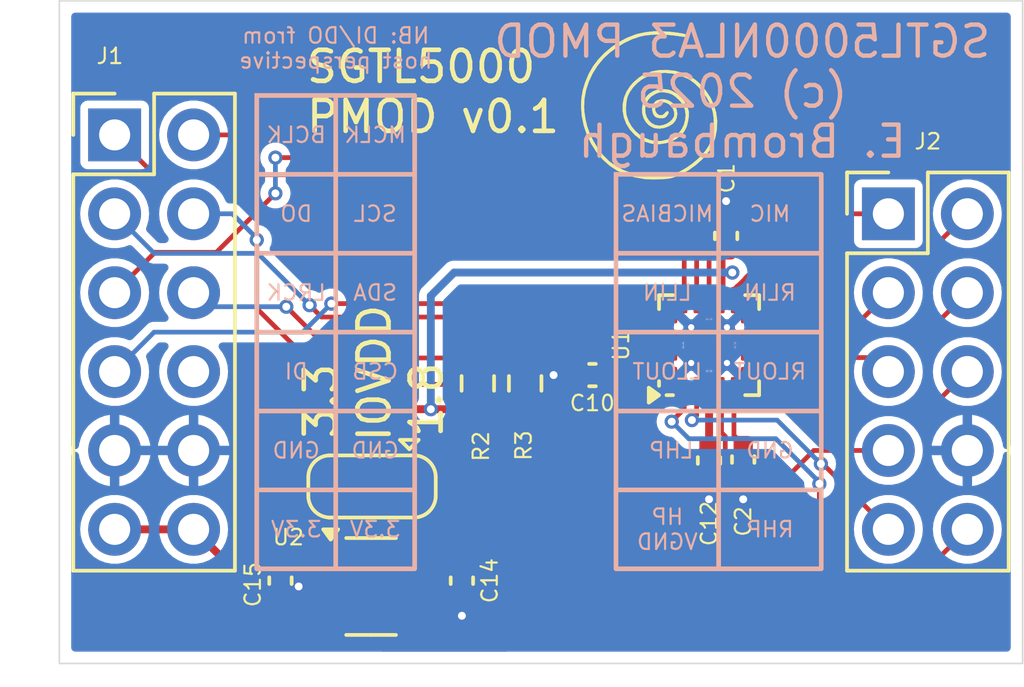
<source format=kicad_pcb>
(kicad_pcb (version 20240108) (generator "pcbnew") (generator_version "8.0")
  (layers (0 "F.Cu" signal) (31 "B.Cu" signal) (34 "B.Paste" user) (35 "F.Paste" user) (36 "B.SilkS" user "B.Silkscreen") (37 "F.SilkS" user "F.Silkscreen") (38 "B.Mask" user) (39 "F.Mask" user) (44 "Edge.Cuts" user))
  (net 0 "")
  (net 1 "GND")
  (net 2 "+1V8")
  (net 3 "+3V3")
  (net 4 "/I2S_BCLK")
  (net 5 "/I2S_MCLK")
  (net 6 "/I2S_DO")
  (net 7 "/SCL")
  (net 8 "/I2S_LRCK")
  (net 9 "/SDA")
  (net 10 "/I2S_DI")
  (net 12 "/IOVDD")
  (net 13 "Net-(U1-VAG)")
  (net 15 "/MICBIAS")
  (net 16 "/LINEOUT_R")
  (net 17 "/HP_L")
  (net 18 "/HP_R")
  (net 19 "/HP_VGND")
  (net 20 "/LINEIN_R")
  (net 21 "/MIC")
  (net 22 "/LINEOUT_L")
  (net 23 "/LINEIN_L")
  (footprint "Resistor_SMD:R_0603_1608Metric" (layer "F.Cu") (at 116.586 113.919 -90)
    (property "Reference" "R3" (at 2.001 0.049 90) (layer "F.SilkS") (effects (font (size 0.5 0.5) (thickness 0.07))))
    (property "Value" "4k7")
    (pad "1" smd roundrect (at -0.825 0 270) (size 0.8 0.95) (layers "F.Cu" "F.Paste" "F.Mask") (net 7 "/SCL"))
    (pad "2" smd roundrect (at 0.825 0 270) (size 0.8 0.95) (layers "F.Cu" "F.Paste" "F.Mask") (net 12 "/IOVDD"))
  )
  (footprint "Capacitor_SMD:C_0402_1005Metric" (layer "F.Cu") (at 118.75 113.65 180)
    (property "Reference" "C10" (at 0.005 -0.904 360) (layer "F.SilkS") (effects (font (size 0.5 0.5) (thickness 0.07))))
    (property "Value" "4.7uf")
    (pad "1" smd roundrect (at -0.48 0 180) (size 0.56 0.62) (layers "F.Cu" "F.Paste" "F.Mask") (net 2 "+1V8"))
    (pad "2" smd roundrect (at 0.48 0 180) (size 0.56 0.62) (layers "F.Cu" "F.Paste" "F.Mask") (net 1 "GND"))
  )
  (footprint "Package_DFN_QFN:QFN-20-1EP_3x3mm_P0.4mm_EP1.65x1.65mm_ThermalVias" (layer "F.Cu") (at 122.502 112.687 90)
    (property "Reference" "U1" (at 0 -2.83 90) (layer "F.SilkS") (effects (font (size 0.5 0.5) (thickness 0.07))))
    (property "Value" "SGTL5000NLA3")
    (pad "1" smd roundrect (at -1.45 -0.8 90) (size 0.85 0.2) (layers "F.Cu" "F.Paste" "F.Mask") (net 18 "/HP_R"))
    (pad "2" smd roundrect (at -1.45 -0.4 90) (size 0.85 0.2) (layers "F.Cu" "F.Paste" "F.Mask") (net 19 "/HP_VGND"))
    (pad "3" smd roundrect (at -1.45 0 90) (size 0.85 0.2) (layers "F.Cu" "F.Paste" "F.Mask") (net 3 "+3V3"))
    (pad "4" smd roundrect (at -1.45 0.4 90) (size 0.85 0.2) (layers "F.Cu" "F.Paste" "F.Mask") (net 17 "/HP_L"))
    (pad "5" smd roundrect (at -1.45 0.8 90) (size 0.85 0.2) (layers "F.Cu" "F.Paste" "F.Mask") (net 13 "Net-(U1-VAG)"))
    (pad "6" smd roundrect (at -0.8 1.45 90) (size 0.2 0.85) (layers "F.Cu" "F.Paste" "F.Mask") (net 16 "/LINEOUT_R"))
    (pad "7" smd roundrect (at -0.4 1.45 90) (size 0.2 0.85) (layers "F.Cu" "F.Paste" "F.Mask") (net 22 "/LINEOUT_L"))
    (pad "8" smd roundrect (at 0 1.45 90) (size 0.2 0.85) (layers "F.Cu" "F.Paste" "F.Mask") (net 20 "/LINEIN_R"))
    (pad "9" smd roundrect (at 0.4 1.45 90) (size 0.2 0.85) (layers "F.Cu" "F.Paste" "F.Mask") (net 23 "/LINEIN_L"))
    (pad "10" smd roundrect (at 0.8 1.45 90) (size 0.2 0.85) (layers "F.Cu" "F.Paste" "F.Mask") (net 21 "/MIC"))
    (pad "11" smd roundrect (at 1.45 0.8 90) (size 0.85 0.2) (layers "F.Cu" "F.Paste" "F.Mask") (net 15 "/MICBIAS"))
    (pad "12" smd roundrect (at 1.45 0.4 90) (size 0.85 0.2) (layers "F.Cu" "F.Paste" "F.Mask") (net 12 "/IOVDD"))
    (pad "13" smd roundrect (at 1.45 0 90) (size 0.85 0.2) (layers "F.Cu" "F.Paste" "F.Mask") (net 5 "/I2S_MCLK"))
    (pad "14" smd roundrect (at 1.45 -0.4 90) (size 0.85 0.2) (layers "F.Cu" "F.Paste" "F.Mask") (net 8 "/I2S_LRCK"))
    (pad "15" smd roundrect (at 1.45 -0.8 90) (size 0.85 0.2) (layers "F.Cu" "F.Paste" "F.Mask") (net 4 "/I2S_BCLK"))
    (pad "16" smd roundrect (at 0.8 -1.45 90) (size 0.2 0.85) (layers "F.Cu" "F.Paste" "F.Mask") (net 10 "/I2S_DI"))
    (pad "17" smd roundrect (at 0.4 -1.45 90) (size 0.2 0.85) (layers "F.Cu" "F.Paste" "F.Mask") (net 6 "/I2S_DO"))
    (pad "18" smd roundrect (at 0 -1.45 90) (size 0.2 0.85) (layers "F.Cu" "F.Paste" "F.Mask") (net 9 "/SDA"))
    (pad "19" smd roundrect (at -0.4 -1.45 90) (size 0.2 0.85) (layers "F.Cu" "F.Paste" "F.Mask") (net 7 "/SCL"))
    (pad "20" smd roundrect (at -0.8 -1.45 90) (size 0.2 0.85) (layers "F.Cu" "F.Paste" "F.Mask") (net 2 "+1V8"))
    (pad "21" thru_hole circle (at -0.575 -0.575 90) (size 0.5 0.5) (drill 0.2) (property pad_prop_heatsink) (layers "*.Cu" "In1.Cu" "In2.Cu" "In3.Cu" "In4.Cu" "In5.Cu" "In6.Cu" "In7.Cu" "In8.Cu" "In9.Cu" "In10.Cu" "In11.Cu" "In12.Cu" "In13.Cu" "In14.Cu" "In15.Cu" "In16.Cu" "In17.Cu" "In18.Cu" "In19.Cu" "In20.Cu" "In21.Cu" "In22.Cu" "In23.Cu" "In24.Cu" "In25.Cu" "In26.Cu" "In27.Cu" "In28.Cu" "In29.Cu" "In30.Cu") (net 1 "GND"))
    (pad "21" thru_hole circle (at -0.575 0.575 90) (size 0.5 0.5) (drill 0.2) (property pad_prop_heatsink) (layers "*.Cu" "In1.Cu" "In2.Cu" "In3.Cu" "In4.Cu" "In5.Cu" "In6.Cu" "In7.Cu" "In8.Cu" "In9.Cu" "In10.Cu" "In11.Cu" "In12.Cu" "In13.Cu" "In14.Cu" "In15.Cu" "In16.Cu" "In17.Cu" "In18.Cu" "In19.Cu" "In20.Cu" "In21.Cu" "In22.Cu" "In23.Cu" "In24.Cu" "In25.Cu" "In26.Cu" "In27.Cu" "In28.Cu" "In29.Cu" "In30.Cu") (net 1 "GND"))
    (pad "21" smd rect (at 0 0 90) (size 1.65 1.65) (property pad_prop_heatsink) (layers "F.Cu" "F.Mask") (net 1 "GND"))
    (pad "21" smd rect (at 0 0 90) (size 1.65 1.65) (property pad_prop_heatsink) (layers "B.Cu") (net 1 "GND"))
    (pad "21" thru_hole circle (at 0.575 -0.575 90) (size 0.5 0.5) (drill 0.2) (property pad_prop_heatsink) (layers "*.Cu" "In1.Cu" "In2.Cu" "In3.Cu" "In4.Cu" "In5.Cu" "In6.Cu" "In7.Cu" "In8.Cu" "In9.Cu" "In10.Cu" "In11.Cu" "In12.Cu" "In13.Cu" "In14.Cu" "In15.Cu" "In16.Cu" "In17.Cu" "In18.Cu" "In19.Cu" "In20.Cu" "In21.Cu" "In22.Cu" "In23.Cu" "In24.Cu" "In25.Cu" "In26.Cu" "In27.Cu" "In28.Cu" "In29.Cu" "In30.Cu") (net 1 "GND"))
    (pad "21" thru_hole circle (at 0.575 0.575 90) (size 0.5 0.5) (drill 0.2) (property pad_prop_heatsink) (layers "*.Cu" "In1.Cu" "In2.Cu" "In3.Cu" "In4.Cu" "In5.Cu" "In6.Cu" "In7.Cu" "In8.Cu" "In9.Cu" "In10.Cu" "In11.Cu" "In12.Cu" "In13.Cu" "In14.Cu" "In15.Cu" "In16.Cu" "In17.Cu" "In18.Cu" "In19.Cu" "In20.Cu" "In21.Cu" "In22.Cu" "In23.Cu" "In24.Cu" "In25.Cu" "In26.Cu" "In27.Cu" "In28.Cu" "In29.Cu" "In30.Cu") (net 1 "GND"))
  )
  (footprint "Capacitor_SMD:C_0402_1005Metric" (layer "F.Cu") (at 122.5 116.4 -90)
    (property "Reference" "C12" (at 2.032 0 90) (layer "F.SilkS") (effects (font (size 0.5 0.5) (thickness 0.07))))
    (property "Value" "4.7uf")
    (pad "1" smd roundrect (at -0.48 0 270) (size 0.56 0.62) (layers "F.Cu" "F.Paste" "F.Mask") (net 3 "+3V3"))
    (pad "2" smd roundrect (at 0.48 0 270) (size 0.56 0.62) (layers "F.Cu" "F.Paste" "F.Mask") (net 1 "GND"))
  )
  (footprint "Connector_PinHeader_2.54mm:PinHeader_2x05_P2.54mm_Vertical" (layer "F.Cu") (at 128.27 108.458)
    (property "Reference" "J2" (at 1.27 -2.33 0) (layer "F.SilkS") (effects (font (size 0.5 0.5) (thickness 0.07))))
    (property "Value" "Audio")
    (pad "1" thru_hole rect (at 0 0) (size 1.7 1.7) (drill 1) (layers "*.Cu" "*.Mask" "In1.Cu" "In2.Cu" "In3.Cu" "In4.Cu" "In5.Cu" "In6.Cu" "In7.Cu" "In8.Cu" "In9.Cu" "In10.Cu" "In11.Cu" "In12.Cu" "In13.Cu" "In14.Cu" "In15.Cu" "In16.Cu" "In17.Cu" "In18.Cu" "In19.Cu" "In20.Cu" "In21.Cu" "In22.Cu" "In23.Cu" "In24.Cu" "In25.Cu" "In26.Cu" "In27.Cu" "In28.Cu" "In29.Cu" "In30.Cu") (net 15 "/MICBIAS"))
    (pad "2" thru_hole oval (at 2.54 0) (size 1.7 1.7) (drill 1) (layers "*.Cu" "*.Mask" "In1.Cu" "In2.Cu" "In3.Cu" "In4.Cu" "In5.Cu" "In6.Cu" "In7.Cu" "In8.Cu" "In9.Cu" "In10.Cu" "In11.Cu" "In12.Cu" "In13.Cu" "In14.Cu" "In15.Cu" "In16.Cu" "In17.Cu" "In18.Cu" "In19.Cu" "In20.Cu" "In21.Cu" "In22.Cu" "In23.Cu" "In24.Cu" "In25.Cu" "In26.Cu" "In27.Cu" "In28.Cu" "In29.Cu" "In30.Cu") (net 21 "/MIC"))
    (pad "3" thru_hole oval (at 0 2.54) (size 1.7 1.7) (drill 1) (layers "*.Cu" "*.Mask" "In1.Cu" "In2.Cu" "In3.Cu" "In4.Cu" "In5.Cu" "In6.Cu" "In7.Cu" "In8.Cu" "In9.Cu" "In10.Cu" "In11.Cu" "In12.Cu" "In13.Cu" "In14.Cu" "In15.Cu" "In16.Cu" "In17.Cu" "In18.Cu" "In19.Cu" "In20.Cu" "In21.Cu" "In22.Cu" "In23.Cu" "In24.Cu" "In25.Cu" "In26.Cu" "In27.Cu" "In28.Cu" "In29.Cu" "In30.Cu") (net 23 "/LINEIN_L"))
    (pad "4" thru_hole oval (at 2.54 2.54) (size 1.7 1.7) (drill 1) (layers "*.Cu" "*.Mask" "In1.Cu" "In2.Cu" "In3.Cu" "In4.Cu" "In5.Cu" "In6.Cu" "In7.Cu" "In8.Cu" "In9.Cu" "In10.Cu" "In11.Cu" "In12.Cu" "In13.Cu" "In14.Cu" "In15.Cu" "In16.Cu" "In17.Cu" "In18.Cu" "In19.Cu" "In20.Cu" "In21.Cu" "In22.Cu" "In23.Cu" "In24.Cu" "In25.Cu" "In26.Cu" "In27.Cu" "In28.Cu" "In29.Cu" "In30.Cu") (net 20 "/LINEIN_R"))
    (pad "5" thru_hole oval (at 0 5.08) (size 1.7 1.7) (drill 1) (layers "*.Cu" "*.Mask" "In1.Cu" "In2.Cu" "In3.Cu" "In4.Cu" "In5.Cu" "In6.Cu" "In7.Cu" "In8.Cu" "In9.Cu" "In10.Cu" "In11.Cu" "In12.Cu" "In13.Cu" "In14.Cu" "In15.Cu" "In16.Cu" "In17.Cu" "In18.Cu" "In19.Cu" "In20.Cu" "In21.Cu" "In22.Cu" "In23.Cu" "In24.Cu" "In25.Cu" "In26.Cu" "In27.Cu" "In28.Cu" "In29.Cu" "In30.Cu") (net 22 "/LINEOUT_L"))
    (pad "6" thru_hole oval (at 2.54 5.08) (size 1.7 1.7) (drill 1) (layers "*.Cu" "*.Mask" "In1.Cu" "In2.Cu" "In3.Cu" "In4.Cu" "In5.Cu" "In6.Cu" "In7.Cu" "In8.Cu" "In9.Cu" "In10.Cu" "In11.Cu" "In12.Cu" "In13.Cu" "In14.Cu" "In15.Cu" "In16.Cu" "In17.Cu" "In18.Cu" "In19.Cu" "In20.Cu" "In21.Cu" "In22.Cu" "In23.Cu" "In24.Cu" "In25.Cu" "In26.Cu" "In27.Cu" "In28.Cu" "In29.Cu" "In30.Cu") (net 16 "/LINEOUT_R"))
    (pad "7" thru_hole oval (at 0 7.62) (size 1.7 1.7) (drill 1) (layers "*.Cu" "*.Mask" "In1.Cu" "In2.Cu" "In3.Cu" "In4.Cu" "In5.Cu" "In6.Cu" "In7.Cu" "In8.Cu" "In9.Cu" "In10.Cu" "In11.Cu" "In12.Cu" "In13.Cu" "In14.Cu" "In15.Cu" "In16.Cu" "In17.Cu" "In18.Cu" "In19.Cu" "In20.Cu" "In21.Cu" "In22.Cu" "In23.Cu" "In24.Cu" "In25.Cu" "In26.Cu" "In27.Cu" "In28.Cu" "In29.Cu" "In30.Cu") (net 17 "/HP_L"))
    (pad "8" thru_hole oval (at 2.54 7.62) (size 1.7 1.7) (drill 1) (layers "*.Cu" "*.Mask" "In1.Cu" "In2.Cu" "In3.Cu" "In4.Cu" "In5.Cu" "In6.Cu" "In7.Cu" "In8.Cu" "In9.Cu" "In10.Cu" "In11.Cu" "In12.Cu" "In13.Cu" "In14.Cu" "In15.Cu" "In16.Cu" "In17.Cu" "In18.Cu" "In19.Cu" "In20.Cu" "In21.Cu" "In22.Cu" "In23.Cu" "In24.Cu" "In25.Cu" "In26.Cu" "In27.Cu" "In28.Cu" "In29.Cu" "In30.Cu") (net 1 "GND"))
    (pad "9" thru_hole oval (at 0 10.16) (size 1.7 1.7) (drill 1) (layers "*.Cu" "*.Mask" "In1.Cu" "In2.Cu" "In3.Cu" "In4.Cu" "In5.Cu" "In6.Cu" "In7.Cu" "In8.Cu" "In9.Cu" "In10.Cu" "In11.Cu" "In12.Cu" "In13.Cu" "In14.Cu" "In15.Cu" "In16.Cu" "In17.Cu" "In18.Cu" "In19.Cu" "In20.Cu" "In21.Cu" "In22.Cu" "In23.Cu" "In24.Cu" "In25.Cu" "In26.Cu" "In27.Cu" "In28.Cu" "In29.Cu" "In30.Cu") (net 19 "/HP_VGND"))
    (pad "10" thru_hole oval (at 2.54 10.16) (size 1.7 1.7) (drill 1) (layers "*.Cu" "*.Mask" "In1.Cu" "In2.Cu" "In3.Cu" "In4.Cu" "In5.Cu" "In6.Cu" "In7.Cu" "In8.Cu" "In9.Cu" "In10.Cu" "In11.Cu" "In12.Cu" "In13.Cu" "In14.Cu" "In15.Cu" "In16.Cu" "In17.Cu" "In18.Cu" "In19.Cu" "In20.Cu" "In21.Cu" "In22.Cu" "In23.Cu" "In24.Cu" "In25.Cu" "In26.Cu" "In27.Cu" "In28.Cu" "In29.Cu" "In30.Cu") (net 18 "/HP_R"))
  )
  (footprint "EMEB:avatar_small" (layer "F.Cu") (at 121.539 105.918)
    (property "Reference" "Ref**" (hide yes))
    (property "Value" "Val**" (hide yes))
  )
  (footprint "Capacitor_SMD:C_0402_1005Metric" (layer "F.Cu") (at 114.55 120.27 -90)
    (property "Reference" "C14" (at -0.001 -0.893 90) (layer "F.SilkS") (effects (font (size 0.5 0.5) (thickness 0.07))))
    (property "Value" "4.7uf")
    (pad "1" smd roundrect (at -0.48 0 270) (size 0.56 0.62) (layers "F.Cu" "F.Paste" "F.Mask") (net 2 "+1V8"))
    (pad "2" smd roundrect (at 0.48 0 270) (size 0.56 0.62) (layers "F.Cu" "F.Paste" "F.Mask") (net 1 "GND"))
  )
  (footprint "Package_TO_SOT_SMD:SOT-23-5" (layer "F.Cu") (at 111.6275 120.457)
    (property "Reference" "U2" (at -2.6615 -1.585 180) (layer "F.SilkS") (effects (font (size 0.5 0.5) (thickness 0.07))))
    (property "Value" "MIC5504-1.8YM5")
    (pad "1" smd roundrect (at -1.1375 -0.95) (size 1.325 0.6) (layers "F.Cu" "F.Paste" "F.Mask") (net 3 "+3V3"))
    (pad "2" smd roundrect (at -1.1375 0) (size 1.325 0.6) (layers "F.Cu" "F.Paste" "F.Mask") (net 1 "GND"))
    (pad "3" smd roundrect (at -1.1375 0.95) (size 1.325 0.6) (layers "F.Cu" "F.Paste" "F.Mask") (net 3 "+3V3"))
    (pad "4" smd roundrect (at 1.1375 0.95) (size 1.325 0.6) (layers "F.Cu" "F.Paste" "F.Mask"))
    (pad "5" smd roundrect (at 1.1375 -0.95) (size 1.325 0.6) (layers "F.Cu" "F.Paste" "F.Mask") (net 2 "+1V8"))
  )
  (footprint "Capacitor_SMD:C_0402_1005Metric" (layer "F.Cu") (at 123.05 109.17 90)
    (property "Reference" "C1" (at 1.855 0.013 90) (layer "F.SilkS") (effects (font (size 0.5 0.5) (thickness 0.07))))
    (property "Value" "4.7uf")
    (pad "1" smd roundrect (at -0.48 0 90) (size 0.56 0.62) (layers "F.Cu" "F.Paste" "F.Mask") (net 12 "/IOVDD"))
    (pad "2" smd roundrect (at 0.48 0 90) (size 0.56 0.62) (layers "F.Cu" "F.Paste" "F.Mask") (net 1 "GND"))
  )
  (footprint "Connector_PinHeader_2.54mm:PinHeader_2x06_P2.54mm_Vertical" (layer "F.Cu") (at 103.378 105.918)
    (property "Reference" "J1" (at -0.1524 -2.54 0) (layer "F.SilkS") (effects (font (size 0.5 0.5) (thickness 0.07))))
    (property "Value" "CONN_02X06")
    (pad "1" thru_hole rect (at 0 0) (size 1.7 1.7) (drill 1) (layers "*.Cu" "*.Mask" "In1.Cu" "In2.Cu" "In3.Cu" "In4.Cu" "In5.Cu" "In6.Cu" "In7.Cu" "In8.Cu" "In9.Cu" "In10.Cu" "In11.Cu" "In12.Cu" "In13.Cu" "In14.Cu" "In15.Cu" "In16.Cu" "In17.Cu" "In18.Cu" "In19.Cu" "In20.Cu" "In21.Cu" "In22.Cu" "In23.Cu" "In24.Cu" "In25.Cu" "In26.Cu" "In27.Cu" "In28.Cu" "In29.Cu" "In30.Cu") (net 4 "/I2S_BCLK"))
    (pad "2" thru_hole oval (at 2.54 0) (size 1.7 1.7) (drill 1) (layers "*.Cu" "*.Mask" "In1.Cu" "In2.Cu" "In3.Cu" "In4.Cu" "In5.Cu" "In6.Cu" "In7.Cu" "In8.Cu" "In9.Cu" "In10.Cu" "In11.Cu" "In12.Cu" "In13.Cu" "In14.Cu" "In15.Cu" "In16.Cu" "In17.Cu" "In18.Cu" "In19.Cu" "In20.Cu" "In21.Cu" "In22.Cu" "In23.Cu" "In24.Cu" "In25.Cu" "In26.Cu" "In27.Cu" "In28.Cu" "In29.Cu" "In30.Cu") (net 5 "/I2S_MCLK"))
    (pad "3" thru_hole oval (at 0 2.54) (size 1.7 1.7) (drill 1) (layers "*.Cu" "*.Mask" "In1.Cu" "In2.Cu" "In3.Cu" "In4.Cu" "In5.Cu" "In6.Cu" "In7.Cu" "In8.Cu" "In9.Cu" "In10.Cu" "In11.Cu" "In12.Cu" "In13.Cu" "In14.Cu" "In15.Cu" "In16.Cu" "In17.Cu" "In18.Cu" "In19.Cu" "In20.Cu" "In21.Cu" "In22.Cu" "In23.Cu" "In24.Cu" "In25.Cu" "In26.Cu" "In27.Cu" "In28.Cu" "In29.Cu" "In30.Cu") (net 6 "/I2S_DO"))
    (pad "4" thru_hole oval (at 2.54 2.54) (size 1.7 1.7) (drill 1) (layers "*.Cu" "*.Mask" "In1.Cu" "In2.Cu" "In3.Cu" "In4.Cu" "In5.Cu" "In6.Cu" "In7.Cu" "In8.Cu" "In9.Cu" "In10.Cu" "In11.Cu" "In12.Cu" "In13.Cu" "In14.Cu" "In15.Cu" "In16.Cu" "In17.Cu" "In18.Cu" "In19.Cu" "In20.Cu" "In21.Cu" "In22.Cu" "In23.Cu" "In24.Cu" "In25.Cu" "In26.Cu" "In27.Cu" "In28.Cu" "In29.Cu" "In30.Cu") (net 7 "/SCL"))
    (pad "5" thru_hole oval (at 0 5.08) (size 1.7 1.7) (drill 1) (layers "*.Cu" "*.Mask" "In1.Cu" "In2.Cu" "In3.Cu" "In4.Cu" "In5.Cu" "In6.Cu" "In7.Cu" "In8.Cu" "In9.Cu" "In10.Cu" "In11.Cu" "In12.Cu" "In13.Cu" "In14.Cu" "In15.Cu" "In16.Cu" "In17.Cu" "In18.Cu" "In19.Cu" "In20.Cu" "In21.Cu" "In22.Cu" "In23.Cu" "In24.Cu" "In25.Cu" "In26.Cu" "In27.Cu" "In28.Cu" "In29.Cu" "In30.Cu") (net 8 "/I2S_LRCK"))
    (pad "6" thru_hole oval (at 2.54 5.08) (size 1.7 1.7) (drill 1) (layers "*.Cu" "*.Mask" "In1.Cu" "In2.Cu" "In3.Cu" "In4.Cu" "In5.Cu" "In6.Cu" "In7.Cu" "In8.Cu" "In9.Cu" "In10.Cu" "In11.Cu" "In12.Cu" "In13.Cu" "In14.Cu" "In15.Cu" "In16.Cu" "In17.Cu" "In18.Cu" "In19.Cu" "In20.Cu" "In21.Cu" "In22.Cu" "In23.Cu" "In24.Cu" "In25.Cu" "In26.Cu" "In27.Cu" "In28.Cu" "In29.Cu" "In30.Cu") (net 9 "/SDA"))
    (pad "7" thru_hole oval (at 0 7.62) (size 1.7 1.7) (drill 1) (layers "*.Cu" "*.Mask" "In1.Cu" "In2.Cu" "In3.Cu" "In4.Cu" "In5.Cu" "In6.Cu" "In7.Cu" "In8.Cu" "In9.Cu" "In10.Cu" "In11.Cu" "In12.Cu" "In13.Cu" "In14.Cu" "In15.Cu" "In16.Cu" "In17.Cu" "In18.Cu" "In19.Cu" "In20.Cu" "In21.Cu" "In22.Cu" "In23.Cu" "In24.Cu" "In25.Cu" "In26.Cu" "In27.Cu" "In28.Cu" "In29.Cu" "In30.Cu") (net 10 "/I2S_DI"))
    (pad "8" thru_hole oval (at 2.54 7.62) (size 1.7 1.7) (drill 1) (layers "*.Cu" "*.Mask" "In1.Cu" "In2.Cu" "In3.Cu" "In4.Cu" "In5.Cu" "In6.Cu" "In7.Cu" "In8.Cu" "In9.Cu" "In10.Cu" "In11.Cu" "In12.Cu" "In13.Cu" "In14.Cu" "In15.Cu" "In16.Cu" "In17.Cu" "In18.Cu" "In19.Cu" "In20.Cu" "In21.Cu" "In22.Cu" "In23.Cu" "In24.Cu" "In25.Cu" "In26.Cu" "In27.Cu" "In28.Cu" "In29.Cu" "In30.Cu"))
    (pad "9" thru_hole oval (at 0 10.16) (size 1.7 1.7) (drill 1) (layers "*.Cu" "*.Mask" "In1.Cu" "In2.Cu" "In3.Cu" "In4.Cu" "In5.Cu" "In6.Cu" "In7.Cu" "In8.Cu" "In9.Cu" "In10.Cu" "In11.Cu" "In12.Cu" "In13.Cu" "In14.Cu" "In15.Cu" "In16.Cu" "In17.Cu" "In18.Cu" "In19.Cu" "In20.Cu" "In21.Cu" "In22.Cu" "In23.Cu" "In24.Cu" "In25.Cu" "In26.Cu" "In27.Cu" "In28.Cu" "In29.Cu" "In30.Cu") (net 1 "GND"))
    (pad "10" thru_hole oval (at 2.54 10.16) (size 1.7 1.7) (drill 1) (layers "*.Cu" "*.Mask" "In1.Cu" "In2.Cu" "In3.Cu" "In4.Cu" "In5.Cu" "In6.Cu" "In7.Cu" "In8.Cu" "In9.Cu" "In10.Cu" "In11.Cu" "In12.Cu" "In13.Cu" "In14.Cu" "In15.Cu" "In16.Cu" "In17.Cu" "In18.Cu" "In19.Cu" "In20.Cu" "In21.Cu" "In22.Cu" "In23.Cu" "In24.Cu" "In25.Cu" "In26.Cu" "In27.Cu" "In28.Cu" "In29.Cu" "In30.Cu") (net 1 "GND"))
    (pad "11" thru_hole oval (at 0 12.7) (size 1.7 1.7) (drill 1) (layers "*.Cu" "*.Mask" "In1.Cu" "In2.Cu" "In3.Cu" "In4.Cu" "In5.Cu" "In6.Cu" "In7.Cu" "In8.Cu" "In9.Cu" "In10.Cu" "In11.Cu" "In12.Cu" "In13.Cu" "In14.Cu" "In15.Cu" "In16.Cu" "In17.Cu" "In18.Cu" "In19.Cu" "In20.Cu" "In21.Cu" "In22.Cu" "In23.Cu" "In24.Cu" "In25.Cu" "In26.Cu" "In27.Cu" "In28.Cu" "In29.Cu" "In30.Cu") (net 3 "+3V3"))
    (pad "12" thru_hole oval (at 2.54 12.7) (size 1.7 1.7) (drill 1) (layers "*.Cu" "*.Mask" "In1.Cu" "In2.Cu" "In3.Cu" "In4.Cu" "In5.Cu" "In6.Cu" "In7.Cu" "In8.Cu" "In9.Cu" "In10.Cu" "In11.Cu" "In12.Cu" "In13.Cu" "In14.Cu" "In15.Cu" "In16.Cu" "In17.Cu" "In18.Cu" "In19.Cu" "In20.Cu" "In21.Cu" "In22.Cu" "In23.Cu" "In24.Cu" "In25.Cu" "In26.Cu" "In27.Cu" "In28.Cu" "In29.Cu" "In30.Cu") (net 3 "+3V3"))
  )
  (footprint "Jumper:SolderJumper-3_P1.3mm_Open_RoundedPad1.0x1.5mm" (layer "F.Cu") (at 111.6584 117.2365 180)
    (property "Reference" "JP1" (hide yes))
    (property "Value" "IOVDD_Select")
    (pad "1" smd custom (at -1.3 0 180) (size 1 0.5) (layers "F.Cu" "F.Mask") (net 2 "+1V8") (options (clearance outline) (anchor rect)) (primitives (gr_circle (center 0 0.25) (end 0.5 0.25) (width 0) (fill yes)) (gr_circle (center 0 -0.25) (end 0.5 -0.25) (width 0) (fill yes)) (gr_poly (pts (xy 0.55 0.75) (xy 0 0.75) (xy 0 -0.75) (xy 0.55 -0.75)) (width 0) (fill yes))))
    (pad "2" smd rect (at 0 0 180) (size 1 1.5) (layers "F.Cu" "F.Mask") (net 12 "/IOVDD"))
    (pad "3" smd custom (at 1.3 0 180) (size 1 0.5) (layers "F.Cu" "F.Mask") (net 3 "+3V3") (options (clearance outline) (anchor rect)) (primitives (gr_circle (center 0 0.25) (end 0.5 0.25) (width 0) (fill yes)) (gr_circle (center 0 -0.25) (end 0.5 -0.25) (width 0) (fill yes)) (gr_poly (pts (xy 0 0.75) (xy -0.55 0.75) (xy -0.55 -0.75) (xy 0 -0.75)) (width 0) (fill yes))))
  )
  (footprint "Capacitor_SMD:C_0402_1005Metric" (layer "F.Cu") (at 108.712 120.269 -90)
    (property "Reference" "C15" (at 0.127 0.889 90) (layer "F.SilkS") (effects (font (size 0.5 0.5) (thickness 0.07))))
    (property "Value" "4.7uf")
    (pad "1" smd roundrect (at -0.48 0 270) (size 0.56 0.62) (layers "F.Cu" "F.Paste" "F.Mask") (net 3 "+3V3"))
    (pad "2" smd roundrect (at 0.48 0 270) (size 0.56 0.62) (layers "F.Cu" "F.Paste" "F.Mask") (net 1 "GND"))
  )
  (footprint "Capacitor_SMD:C_0402_1005Metric" (layer "F.Cu") (at 123.6 116.37 -90)
    (property "Reference" "C2" (at 1.994 0 90) (layer "F.SilkS") (effects (font (size 0.5 0.5) (thickness 0.07))))
    (property "Value" "0.1uf")
    (pad "1" smd roundrect (at -0.48 0 270) (size 0.56 0.62) (layers "F.Cu" "F.Paste" "F.Mask") (net 13 "Net-(U1-VAG)"))
    (pad "2" smd roundrect (at 0.48 0 270) (size 0.56 0.62) (layers "F.Cu" "F.Paste" "F.Mask") (net 1 "GND"))
  )
  (footprint "Resistor_SMD:R_0603_1608Metric" (layer "F.Cu") (at 115.062 113.919 -90)
    (property "Reference" "R2" (at 2.026 -0.104 90) (layer "F.SilkS") (effects (font (size 0.5 0.5) (thickness 0.07))))
    (property "Value" "4k7")
    (pad "1" smd roundrect (at -0.825 0 270) (size 0.8 0.95) (layers "F.Cu" "F.Paste" "F.Mask") (net 9 "/SDA"))
    (pad "2" smd roundrect (at 0.825 0 270) (size 0.8 0.95) (layers "F.Cu" "F.Paste" "F.Mask") (net 12 "/IOVDD"))
  )
  (gr_line (start 113.03 117.348) (end 107.95 117.348) (stroke (width 0.15)) (layer "B.SilkS"))
  (gr_line (start 110.49 104.648) (end 110.49 119.888) (stroke (width 0.15)) (layer "B.SilkS"))
  (gr_line (start 126.111 109.728) (end 119.507 109.728) (stroke (width 0.15)) (layer "B.SilkS"))
  (gr_line (start 113.03 112.268) (end 107.95 112.268) (stroke (width 0.15)) (layer "B.SilkS"))
  (gr_line (start 126.111 117.348) (end 119.507 117.348) (stroke (width 0.15)) (layer "B.SilkS"))
  (gr_line (start 126.111 114.808) (end 119.507 114.808) (stroke (width 0.15)) (layer "B.SilkS"))
  (gr_line (start 113.03 109.728) (end 107.95 109.728) (stroke (width 0.15)) (layer "B.SilkS"))
  (gr_line (start 113.03 107.188) (end 107.95 107.188) (stroke (width 0.15)) (layer "B.SilkS"))
  (gr_rect (start 107.95 104.648) (end 113.03 119.888) (stroke (width 0.15)) (fill none) (layer "B.SilkS"))
  (gr_line (start 122.809 107.188) (end 122.809 119.888) (stroke (width 0.15)) (layer "B.SilkS"))
  (gr_rect (start 119.507 107.188) (end 126.111 119.888) (stroke (width 0.15)) (fill none) (layer "B.SilkS"))
  (gr_line (start 113.03 114.808) (end 107.95 114.808) (stroke (width 0.15)) (layer "B.SilkS"))
  (gr_line (start 126.111 112.268) (end 119.507 112.268) (stroke (width 0.15)) (layer "B.SilkS"))
  (gr_rect (start 101.6 101.6) (end 132.588 122.936) (stroke (width 0.05)) (fill none) (layer "Edge.Cuts"))
  (gr_text "GND" (at 111.76 116.078 0) (layer "B.SilkS") (effects (font (size 0.5 0.5) (thickness 0.07)) (justify mirror)))
  (gr_text "CSB" (at 111.76 113.538 0) (layer "B.SilkS") (effects (font (size 0.5 0.5) (thickness 0.07)) (justify mirror)))
  (gr_text "BCLK" (at 109.22 105.918 0) (layer "B.SilkS") (effects (font (size 0.5 0.5) (thickness 0.07)) (justify mirror)))
  (gr_text "3.3V" (at 109.22 118.618 0) (layer "B.SilkS") (effects (font (size 0.5 0.5) (thickness 0.07)) (justify mirror)))
  (gr_text "SDA" (at 111.76 110.998 0) (layer "B.SilkS") (effects (font (size 0.5 0.5) (thickness 0.07)) (justify mirror)))
  (gr_text "GND" (at 124.46 116.078 0) (layer "B.SilkS") (effects (font (size 0.5 0.5) (thickness 0.07)) (justify mirror)))
  (gr_text "MCLK" (at 111.76 105.918 0) (layer "B.SilkS") (effects (font (size 0.5 0.5) (thickness 0.07)) (justify mirror)))
  (gr_text "SGTL5000NLA3 PMOD\n(c) 2025\nE. Brombaugh" (at 123.571 104.521 0) (layer "B.SilkS") (effects (font (size 0.999998 0.999998) (thickness 0.1397)) (justify mirror)))
  (gr_text "LLIN" (at 121.158 110.998 0) (layer "B.SilkS") (effects (font (size 0.5 0.5) (thickness 0.07)) (justify mirror)))
  (gr_text "LHP" (at 121.285 116.078 0) (layer "B.SilkS") (effects (font (size 0.5 0.5) (thickness 0.07)) (justify mirror)))
  (gr_text "HP\nVGND" (at 121.158 118.618 0) (layer "B.SilkS") (effects (font (size 0.5 0.5) (thickness 0.07)) (justify mirror)))
  (gr_text "DO" (at 109.22 108.458 0) (layer "B.SilkS") (effects (font (size 0.5 0.5) (thickness 0.07)) (justify mirror)))
  (gr_text "LLOUT" (at 121.158 113.538 0) (layer "B.SilkS") (effects (font (size 0.5 0.5) (thickness 0.07)) (justify mirror)))
  (gr_text "RLOUT" (at 124.46 113.538 0) (layer "B.SilkS") (effects (font (size 0.5 0.5) (thickness 0.07)) (justify mirror)))
  (gr_text "MICBIAS" (at 121.158 108.458 0) (layer "B.SilkS") (effects (font (size 0.5 0.5) (thickness 0.07)) (justify mirror)))
  (gr_text "3.3V" (at 111.76 118.618 0) (layer "B.SilkS") (effects (font (size 0.5 0.5) (thickness 0.07)) (justify mirror)))
  (gr_text "NB: DI/DO from\nhost perspective" (at 110.49 103.124 0) (layer "B.SilkS") (effects (font (size 0.5 0.5) (thickness 0.07)) (justify mirror)))
  (gr_text "DI" (at 109.22 113.538 0) (layer "B.SilkS") (effects (font (size 0.5 0.5) (thickness 0.07)) (justify mirror)))
  (gr_text "GND" (at 109.22 116.078 0) (layer "B.SilkS") (effects (font (size 0.5 0.5) (thickness 0.07)) (justify mirror)))
  (gr_text "SCL" (at 111.76 108.458 0) (layer "B.SilkS") (effects (font (size 0.5 0.5) (thickness 0.07)) (justify mirror)))
  (gr_text "LRCK" (at 109.22 110.998 0) (layer "B.SilkS") (effects (font (size 0.5 0.5) (thickness 0.07)) (justify mirror)))
  (gr_text "RLIN" (at 124.46 110.998 0) (layer "B.SilkS") (effects (font (size 0.5 0.5) (thickness 0.07)) (justify mirror)))
  (gr_text "RHP" (at 124.46 118.618 0) (layer "B.SilkS") (effects (font (size 0.5 0.5) (thickness 0.07)) (justify mirror)))
  (gr_text "MIC" (at 124.46 108.458 0) (layer "B.SilkS") (effects (font (size 0.5 0.5) (thickness 0.07)) (justify mirror)))
  (gr_text "IOVDD" (at 112.3188 115.8748 90) (layer "F.SilkS") (effects (font (size 1 1)) (justify left bottom)))
  (gr_text "1.8" (at 113.9952 115.7365 90) (layer "F.SilkS") (effects (font (size 1 1)) (justify left bottom)))
  (gr_text "SGTL5000\nPMOD v0.1" (at 109.474 105.918 0) (layer "F.SilkS") (effects (font (size 1 1)) (justify left bottom)))
  (gr_text "3.3" (at 110.5916 115.7732 90) (layer "F.SilkS") (effects (font (size 1 1)) (justify left bottom)))
  (segment (start 109.299 120.457) (end 109.004 120.457) (width 0.254) (layer "F.Cu") (net 1))
  (segment (start 123.6 116.85) (end 123.6 117.65) (width 0.254) (layer "F.Cu") (net 1))
  (segment (start 118.27 113.65) (end 117.5 113.65) (width 0.254) (layer "F.Cu") (net 1))
  (segment (start 123.05 108.69) (end 123.05 108.05) (width 0.254) (layer "F.Cu") (net 1))
  (segment (start 122.5 116.88) (end 122.5 117.65) (width 0.254) (layer "F.Cu") (net 1))
  (segment (start 110.49 120.457) (end 109.299 120.457) (width 0.254) (layer "F.Cu") (net 1))
  (segment (start 114.55 120.75) (end 114.55 121.4) (width 0.254) (layer "F.Cu") (net 1))
  (segment (start 109.004 120.457) (end 108.712 120.749) (width 0.254) (layer "F.Cu") (net 1))
  (via (at 123.05 108.05) (size 0.4572) (drill 0.254) (layers "F.Cu" "B.Cu") (net 1))
  (via (at 123.6 117.65) (size 0.4572) (drill 0.254) (layers "F.Cu" "B.Cu") (net 1))
  (via (at 109.299 120.457) (size 0.4572) (drill 0.254) (layers "F.Cu" "B.Cu") (net 1))
  (via (at 117.5 113.65) (size 0.4572) (drill 0.254) (layers "F.Cu" "B.Cu") (net 1))
  (via (at 122.5 117.65) (size 0.4572) (drill 0.254) (layers "F.Cu" "B.Cu") (net 1))
  (via (at 114.55 121.4) (size 0.4572) (drill 0.254) (layers "F.Cu" "B.Cu") (net 1))
  (segment (start 112.765 117.4299) (end 112.9584 117.2365) (width 0.254) (layer "F.Cu") (net 2))
  (segment (start 112.765 119.507) (end 114.267 119.507) (width 0.254) (layer "F.Cu") (net 2))
  (segment (start 117.26 119.79) (end 119.2 117.85) (width 0.254) (layer "F.Cu") (net 2))
  (segment (start 114.55 119.79) (end 117.26 119.79) (width 0.254) (layer "F.Cu") (net 2))
  (segment (start 119.2 117.85) (end 119.2 113.68) (width 0.254) (layer "F.Cu") (net 2))
  (segment (start 119.163 113.487) (end 119.15 113.5) (width 0.254) (layer "F.Cu") (net 2))
  (segment (start 112.765 119.507) (end 112.765 117.4299) (width 0.254) (layer "F.Cu") (net 2))
  (segment (start 121.052 113.487) (end 119.393 113.487) (width 0.254) (layer "F.Cu") (net 2))
  (segment (start 119.393 113.487) (end 119.23 113.65) (width 0.254) (layer "F.Cu") (net 2))
  (segment (start 119.2 113.68) (end 119.23 113.65) (width 0.254) (layer "F.Cu") (net 2))
  (segment (start 114.267 119.507) (end 114.55 119.79) (width 0.254) (layer "F.Cu") (net 2))
  (segment (start 108.712 119.494) (end 110.477 119.494) (width 0.254) (layer "F.Cu") (net 3))
  (segment (start 112.014 122.428) (end 111.152499 121.566499) (width 0.254) (layer "F.Cu") (net 3))
  (segment (start 103.378 118.618) (end 105.918 118.618) (width 0.254) (layer "F.Cu") (net 3))
  (segment (start 111.125 119.507) (end 111.633 120.015) (width 0.254) (layer "F.Cu") (net 3))
  (segment (start 105.918 118.618) (end 106.794 119.494) (width 0.254) (layer "F.Cu") (net 3))
  (segment (start 111.152499 121.566499) (end 111.152499 121.407) (width 0.254) (layer "F.Cu") (net 3))
  (segment (start 115.95 122.428) (end 112.014 122.428) (width 0.254) (layer "F.Cu") (net 3))
  (segment (start 122.5 115.92) (end 122.458 115.92) (width 0.254) (layer "F.Cu") (net 3))
  (segment (start 106.794 119.494) (end 108.712 119.494) (width 0.254) (layer "F.Cu") (net 3))
  (segment (start 110.49 119.507) (end 111.125 119.507) (width 0.254) (layer "F.Cu") (net 3))
  (segment (start 111.152499 121.407) (end 110.49 121.407) (width 0.254) (layer "F.Cu") (net 3))
  (segment (start 111.633 120.015) (end 111.633 120.926499) (width 0.254) (layer "F.Cu") (net 3))
  (segment (start 122.502 115.918) (end 122.5 115.92) (width 0.254) (layer "F.Cu") (net 3))
  (segment (start 110.49 117.3681) (end 110.3584 117.2365) (width 0.254) (layer "F.Cu") (net 3))
  (segment (start 110.49 119.507) (end 110.49 117.3681) (width 0.254) (layer "F.Cu") (net 3))
  (segment (start 110.477 119.494) (end 110.49 119.507) (width 0.254) (layer "F.Cu") (net 3))
  (segment (start 122.458 115.92) (end 115.95 122.428) (width 0.254) (layer "F.Cu") (net 3))
  (segment (start 111.633 120.926499) (end 111.152499 121.407) (width 0.254) (layer "F.Cu") (net 3))
  (segment (start 122.502 114.137) (end 122.502 115.918) (width 0.254) (layer "F.Cu") (net 3))
  (segment (start 121.7 109.646) (end 121.702 109.648) (width 0.1524) (layer "F.Cu") (net 4))
  (segment (start 121.7 109.35) (end 121.7 109.646) (width 0.1524) (layer "F.Cu") (net 4))
  (segment (start 119.55 107.2) (end 121.7 109.35) (width 0.1524) (layer "F.Cu") (net 4))
  (segment (start 121.702 109.648) (end 121.702 111.237) (width 0.1524) (layer "F.Cu") (net 4))
  (segment (start 104.66 107.2) (end 119.55 107.2) (width 0.1524) (layer "F.Cu") (net 4))
  (segment (start 103.378 105.918) (end 104.66 107.2) (width 0.1524) (layer "F.Cu") (net 4))
  (segment (start 105.918 105.918) (end 119.418 105.918) (width 0.1524) (layer "F.Cu") (net 5))
  (segment (start 119.418 105.918) (end 122.502 109.002) (width 0.1524) (layer "F.Cu") (net 5))
  (segment (start 122.502 109.002) (end 122.502 111.237) (width 0.1524) (layer "F.Cu") (net 5))
  (segment (start 110.0318 111.7818) (end 117.9818 111.7818) (width 0.1524) (layer "F.Cu") (net 6))
  (segment (start 118.487 112.287) (end 121.052 112.287) (width 0.1524) (layer "F.Cu") (net 6))
  (segment (start 109.65 111.4) (end 110.0318 111.7818) (width 0.1524) (layer "F.Cu") (net 6))
  (segment (start 117.9818 111.7818) (end 118.487 112.287) (width 0.1524) (layer "F.Cu") (net 6))
  (via (at 109.65 111.4) (size 0.4572) (drill 0.254) (layers "F.Cu" "B.Cu") (net 6))
  (segment (start 107.9818 109.7318) (end 104.6518 109.7318) (width 0.1524) (layer "B.Cu") (net 6))
  (segment (start 104.6518 109.7318) (end 103.378 108.458) (width 0.1524) (layer "B.Cu") (net 6))
  (segment (start 109.65 111.4) (end 107.9818 109.7318) (width 0.1524) (layer "B.Cu") (net 6))
  (segment (start 121.052 113.087) (end 116.593 113.087) (width 0.1524) (layer "F.Cu") (net 7))
  (segment (start 116.593 113.087) (end 116.586 113.094) (width 0.1524) (layer "F.Cu") (net 7))
  (segment (start 116.586 113.094) (end 115.73 113.95) (width 0.1524) (layer "F.Cu") (net 7))
  (segment (start 107.95 111.506) (end 107.95 109.3) (width 0.1524) (layer "F.Cu") (net 7))
  (segment (start 110.394 113.95) (end 107.95 111.506) (width 0.1524) (layer "F.Cu") (net 7))
  (segment (start 115.73 113.95) (end 110.394 113.95) (width 0.1524) (layer "F.Cu") (net 7))
  (via (at 107.95 109.3) (size 0.4572) (drill 0.254) (layers "F.Cu" "B.Cu") (net 7))
  (segment (start 107.95 109.244342) (end 107.163658 108.458) (width 0.1524) (layer "B.Cu") (net 7))
  (segment (start 107.95 109.3) (end 107.95 109.244342) (width 0.1524) (layer "B.Cu") (net 7))
  (segment (start 107.163658 108.458) (end 105.918 108.458) (width 0.1524) (layer "B.Cu") (net 7))
  (segment (start 106.65 109.7) (end 108.55 107.8) (width 0.1524) (layer "F.Cu") (net 8))
  (segment (start 119.5 106.65) (end 122.102 109.252) (width 0.1524) (layer "F.Cu") (net 8))
  (segment (start 104.676 109.7) (end 106.65 109.7) (width 0.1524) (layer "F.Cu") (net 8))
  (segment (start 103.378 110.998) (end 104.676 109.7) (width 0.1524) (layer "F.Cu") (net 8))
  (segment (start 108.55 106.65) (end 119.5 106.65) (width 0.1524) (layer "F.Cu") (net 8))
  (segment (start 122.102 109.252) (end 122.102 111.237) (width 0.1524) (layer "F.Cu") (net 8))
  (via (at 108.55 106.65) (size 0.4572) (drill 0.254) (layers "F.Cu" "B.Cu") (net 8))
  (via (at 108.55 107.8) (size 0.4572) (drill 0.254) (layers "F.Cu" "B.Cu") (net 8))
  (segment (start 108.55 107.8) (end 108.55 106.65) (width 0.1524) (layer "B.Cu") (net 8))
  (segment (start 117.386 112.687) (end 117.094 112.395) (width 0.1524) (layer "F.Cu") (net 9))
  (segment (start 121.052 112.687) (end 117.386 112.687) (width 0.1524) (layer "F.Cu") (net 9))
  (segment (start 115.761 112.395) (end 115.062 113.094) (width 0.1524) (layer "F.Cu") (net 9))
  (segment (start 117.094 112.395) (end 115.761 112.395) (width 0.1524) (layer "F.Cu") (net 9))
  (segment (start 110.55 113.1) (end 115.056 113.1) (width 0.1524) (layer "F.Cu") (net 9))
  (segment (start 108.9 111.45) (end 110.55 113.1) (width 0.1524) (layer "F.Cu") (net 9))
  (segment (start 115.056 113.1) (end 115.062 113.094) (width 0.1524) (layer "F.Cu") (net 9))
  (via (at 108.9 111.45) (size 0.4572) (drill 0.254) (layers "F.Cu" "B.Cu") (net 9))
  (segment (start 106.37 111.45) (end 105.918 110.998) (width 0.1524) (layer "B.Cu") (net 9))
  (segment (start 108.9 111.45) (end 106.37 111.45) (width 0.1524) (layer "B.Cu") (net 9))
  (segment (start 118.15 111.35) (end 118.687 111.887) (width 0.1524) (layer "F.Cu") (net 10))
  (segment (start 118.687 111.887) (end 121.052 111.887) (width 0.1524) (layer "F.Cu") (net 10))
  (segment (start 110.35 111.35) (end 118.15 111.35) (width 0.1524) (layer "F.Cu") (net 10))
  (via (at 110.35 111.35) (size 0.4572) (drill 0.254) (layers "F.Cu" "B.Cu") (net 10))
  (segment (start 104.648 112.268) (end 103.378 113.538) (width 0.1524) (layer "B.Cu") (net 10))
  (segment (start 110.35 111.35) (end 109.432 112.268) (width 0.1524) (layer "B.Cu") (net 10))
  (segment (start 109.432 112.268) (end 104.648 112.268) (width 0.1524) (layer "B.Cu") (net 10))
  (segment (start 115.062 114.744) (end 115.056 114.75) (width 0.254) (layer "F.Cu") (net 12))
  (segment (start 111.6584 115.7916) (end 111.6584 117.2365) (width 0.254) (layer "F.Cu") (net 12))
  (segment (start 122.902 111.237) (end 122.902 110.35) (width 0.254) (layer "F.Cu") (net 12))
  (segment (start 113.55 114.75) (end 112.7 114.75) (width 0.254) (layer "F.Cu") (net 12))
  (segment (start 115.056 114.75) (end 113.55 114.75) (width 0.254) (layer "F.Cu") (net 12))
  (segment (start 122.902 110.35) (end 122.902 109.798) (width 0.254) (layer "F.Cu") (net 12))
  (segment (start 112.7 114.75) (end 111.6584 115.7916) (width 0.254) (layer "F.Cu") (net 12))
  (segment (start 122.902 109.798) (end 123.05 109.65) (width 0.254) (layer "F.Cu") (net 12))
  (segment (start 122.902 110.35) (end 123.25 110.35) (width 0.254) (layer "F.Cu") (net 12))
  (segment (start 116.586 114.744) (end 115.062 114.744) (width 0.254) (layer "F.Cu") (net 12))
  (via (at 123.25 110.35) (size 0.4572) (drill 0.254) (layers "F.Cu" "B.Cu") (net 12))
  (via (at 113.55 114.75) (size 0.4572) (drill 0.254) (layers "F.Cu" "B.Cu") (net 12))
  (segment (start 114.3 110.35) (end 113.55 111.1) (width 0.254) (layer "B.Cu") (net 12))
  (segment (start 123.25 110.35) (end 114.3 110.35) (width 0.254) (layer "B.Cu") (net 12))
  (segment (start 113.55 111.1) (end 113.55 114.75) (width 0.254) (layer "B.Cu") (net 12))
  (segment (start 123.302 115.592) (end 123.6 115.89) (width 0.1524) (layer "F.Cu") (net 13))
  (segment (start 123.302 114.137) (end 123.302 115.592) (width 0.1524) (layer "F.Cu") (net 13))
  (segment (start 123.6818 110.5182) (end 125.742 108.458) (width 0.1524) (layer "F.Cu") (net 15))
  (segment (start 123.302 111.237) (end 123.302 110.898) (width 0.1524) (layer "F.Cu") (net 15))
  (segment (start 123.428858 110.7818) (end 123.6818 110.528858) (width 0.1524) (layer "F.Cu") (net 15))
  (segment (start 123.4182 110.7818) (end 123.428858 110.7818) (width 0.1524) (layer "F.Cu") (net 15))
  (segment (start 123.302 110.898) (end 123.4182 110.7818) (width 0.1524) (layer "F.Cu") (net 15))
  (segment (start 123.6818 110.528858) (end 123.6818 110.5182) (width 0.1524) (layer "F.Cu") (net 15))
  (segment (start 125.742 108.458) (end 128.27 108.458) (width 0.1524) (layer "F.Cu") (net 15))
  (segment (start 126.06 113.487) (end 127.381 114.808) (width 0.1524) (layer "F.Cu") (net 16))
  (segment (start 123.952 113.487) (end 126.06 113.487) (width 0.1524) (layer "F.Cu") (net 16))
  (segment (start 127.381 114.808) (end 129.54 114.808) (width 0.1524) (layer "F.Cu") (net 16))
  (segment (start 129.54 114.808) (end 130.81 113.538) (width 0.1524) (layer "F.Cu") (net 16))
  (segment (start 123.0226 117.683258) (end 123.421142 118.0818) (width 0.1524) (layer "F.Cu") (net 17))
  (segment (start 123.421142 118.0818) (end 123.8682 118.0818) (width 0.1524) (layer "F.Cu") (net 17))
  (segment (start 123.0226 115.6226) (end 123.0226 117.683258) (width 0.1524) (layer "F.Cu") (net 17))
  (segment (start 123.8682 118.0818) (end 125.872 116.078) (width 0.1524) (layer "F.Cu") (net 17))
  (segment (start 125.872 116.078) (end 128.27 116.078) (width 0.1524) (layer "F.Cu") (net 17))
  (segment (start 122.902 114.137) (end 122.902 115.502) (width 0.1524) (layer "F.Cu") (net 17))
  (segment (start 122.902 115.502) (end 123.0226 115.6226) (width 0.1524) (layer "F.Cu") (net 17))
  (segment (start 121.702 114.737342) (end 121.569671 114.869671) (width 0.1524) (layer "F.Cu") (net 18))
  (segment (start 121.569671 114.869671) (end 121.3 115.139342) (width 0.1524) (layer "F.Cu") (net 18))
  (segment (start 129.54 119.888) (end 130.81 118.618) (width 0.1524) (layer "F.Cu") (net 18))
  (segment (start 121.3 115.139342) (end 121.3 115.15) (width 0.1524) (layer "F.Cu") (net 18))
  (segment (start 126.05 117.15) (end 126.05 118.811) (width 0.1524) (layer "F.Cu") (net 18))
  (segment (start 126.05 118.811) (end 127.127 119.888) (width 0.1524) (layer "F.Cu") (net 18))
  (segment (start 127.127 119.888) (end 129.54 119.888) (width 0.1524) (layer "F.Cu") (net 18))
  (segment (start 121.702 114.137) (end 121.702 114.737342) (width 0.1524) (layer "F.Cu") (net 18))
  (via (at 126.05 117.15) (size 0.4572) (drill 0.254) (layers "F.Cu" "B.Cu") (net 18))
  (via (at 121.3 115.15) (size 0.4572) (drill 0.254) (layers "F.Cu" "B.Cu") (net 18))
  (segment (start 126.05 117.1) (end 126.05 117.15) (width 0.1524) (layer "B.Cu") (net 18))
  (segment (start 121.3 115.15) (end 121.85 115.7) (width 0.1524) (layer "B.Cu") (net 18))
  (segment (start 124.65 115.7) (end 126.05 117.1) (width 0.1524) (layer "B.Cu") (net 18))
  (segment (start 121.85 115.7) (end 124.65 115.7) (width 0.1524) (layer "B.Cu") (net 18))
  (segment (start 126.1618 116.5098) (end 128.27 118.618) (width 0.1524) (layer "F.Cu") (net 19))
  (segment (start 122.102 114.137) (end 122.102 114.948) (width 0.1524) (layer "F.Cu") (net 19))
  (segment (start 122.102 114.948) (end 121.95 115.1) (width 0.1524) (layer "F.Cu") (net 19))
  (segment (start 126.1 116.5098) (end 126.1618 116.5098) (width 0.1524) (layer "F.Cu") (net 19))
  (via (at 121.95 115.1) (size 0.4572) (drill 0.254) (layers "F.Cu" "B.Cu") (net 19))
  (via (at 126.1 116.5098) (size 0.4572) (drill 0.254) (layers "F.Cu" "B.Cu") (net 19))
  (segment (start 121.95 115.1) (end 124.6902 115.1) (width 0.1524) (layer "B.Cu") (net 19))
  (segment (start 124.6902 115.1) (end 126.1 116.5098) (width 0.1524) (layer "B.Cu") (net 19))
  (segment (start 127.19795 112.687) (end 127.61695 112.268) (width 0.1524) (layer "F.Cu") (net 20))
  (segment (start 127.61695 112.268) (end 129.54 112.268) (width 0.1524) (layer "F.Cu") (net 20))
  (segment (start 123.952 112.687) (end 127.19795 112.687) (width 0.1524) (layer "F.Cu") (net 20))
  (segment (start 129.54 112.268) (end 130.81 110.998) (width 0.1524) (layer "F.Cu") (net 20))
  (segment (start 129.54 109.728) (end 130.81 108.458) (width 0.1524) (layer "F.Cu") (net 21))
  (segment (start 123.952 111.887) (end 124.714 111.887) (width 0.1524) (layer "F.Cu") (net 21))
  (segment (start 126.873 109.728) (end 129.54 109.728) (width 0.1524) (layer "F.Cu") (net 21))
  (segment (start 124.714 111.887) (end 126.873 109.728) (width 0.1524) (layer "F.Cu") (net 21))
  (segment (start 123.952 113.087) (end 127.819 113.087) (width 0.1524) (layer "F.Cu") (net 22))
  (segment (start 127.819 113.087) (end 128.27 113.538) (width 0.1524) (layer "F.Cu") (net 22))
  (segment (start 126.981 112.287) (end 128.27 110.998) (width 0.1524) (layer "F.Cu") (net 23))
  (segment (start 123.952 112.287) (end 126.981 112.287) (width 0.1524) (layer "F.Cu") (net 23))
  (zone (net 1) (net_name "GND") (layer "B.Cu") (connect_pads (clearance 0.254)) (min_thickness 0.254) (fill yes (thermal_gap 0.3048) (thermal_bridge_width 0.3048))
    (polygon (pts (xy 101.981 101.981) (xy 132.207 101.981) (xy 132.207 122.555) (xy 101.981 122.555)))
  )
)
</source>
